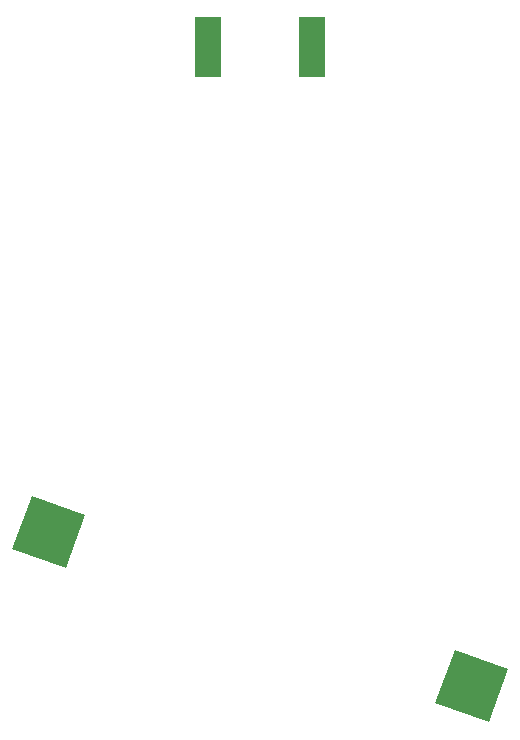
<source format=gbr>
G04 DipTrace 2.3.1.0*
%INBottomPaste.gbr*%
%MOMM*%
%ADD39R,2.286X5.08*%
%FSLAX53Y53*%
G04*
G71*
G90*
G75*
G01*
%LNBotPaste*%
%LPD*%
G36*
X17664Y39092D2*
X22175Y37450D1*
X20533Y32939D1*
X16023Y34581D1*
X17664Y39092D1*
G37*
G36*
X53467Y26061D2*
X57977Y24419D1*
X56335Y19908D1*
X51825Y21550D1*
X53467Y26061D1*
G37*
D39*
X32580Y77050D3*
X41420D3*
M02*

</source>
